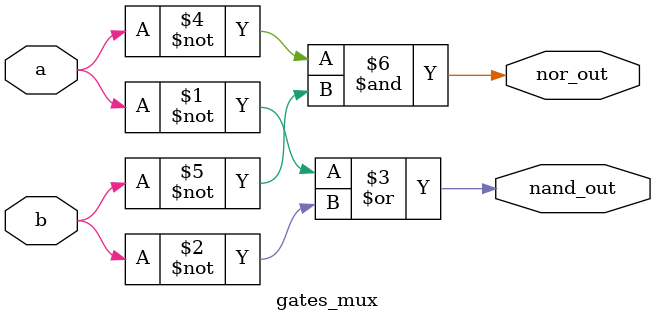
<source format=v>
module gates_mux(	// /tmp/tmp.XgJOjbdsab/281_100DaysofRTL_Day021-UniversalLogicGatesusingMux_gates_mux.cleaned.mlir:2:3
  input  a,	// /tmp/tmp.XgJOjbdsab/281_100DaysofRTL_Day021-UniversalLogicGatesusingMux_gates_mux.cleaned.mlir:2:27
         b,	// /tmp/tmp.XgJOjbdsab/281_100DaysofRTL_Day021-UniversalLogicGatesusingMux_gates_mux.cleaned.mlir:2:39
  output nand_out,	// /tmp/tmp.XgJOjbdsab/281_100DaysofRTL_Day021-UniversalLogicGatesusingMux_gates_mux.cleaned.mlir:2:52
         nor_out	// /tmp/tmp.XgJOjbdsab/281_100DaysofRTL_Day021-UniversalLogicGatesusingMux_gates_mux.cleaned.mlir:2:71
);

  assign nand_out = ~a | ~b;	// /tmp/tmp.XgJOjbdsab/281_100DaysofRTL_Day021-UniversalLogicGatesusingMux_gates_mux.cleaned.mlir:4:10, :5:10, :6:10, :10:5
  assign nor_out = ~a & ~b;	// /tmp/tmp.XgJOjbdsab/281_100DaysofRTL_Day021-UniversalLogicGatesusingMux_gates_mux.cleaned.mlir:4:10, :5:10, :9:10, :10:5
endmodule


</source>
